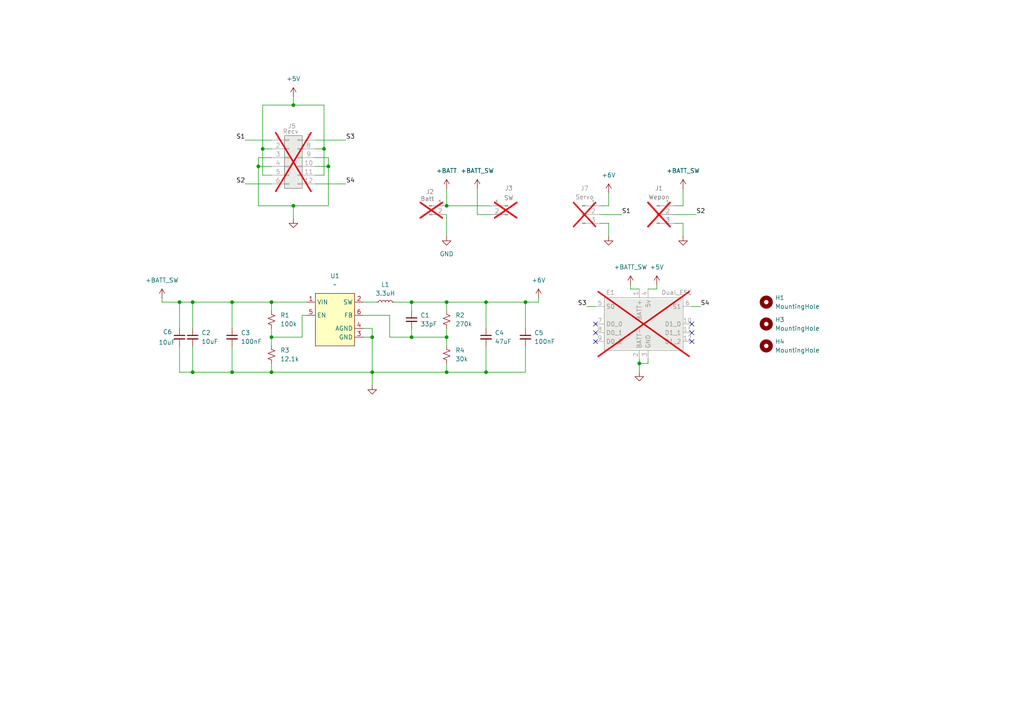
<source format=kicad_sch>
(kicad_sch (version 20250114) (generator "eeschema") (generator_version "9.0")
  (paper "A4")
  (lib_symbols
    (symbol "Connector:Conn_01x02_Pin" (pin_names (offset 1.016) (hide yes))
      (property "Reference" "J" (at 0 2.54 0))
      (property "Value" "Conn_01x02_Pin" (at 0 -5.08 0))
      (symbol "Conn_01x02_Pin_1_1"
        (rectangle (start 0.8636 0.127) (end 0 -0.127) (stroke (width 0.1524)) (fill (type outline)))
        (rectangle (start 0.8636 -2.413) (end 0 -2.667) (stroke (width 0.1524)) (fill (type outline)))
        (polyline (pts (xy 1.27 0) (xy 0.8636 0)) (stroke (width 0.1524)))
        (polyline (pts (xy 1.27 -2.54) (xy 0.8636 -2.54)) (stroke (width 0.1524)))
        (pin passive line (at 5.08 0 180) (length 3.81) (name "Pin_1") (number "1"))
        (pin passive line (at 5.08 -2.54 180) (length 3.81) (name "Pin_2") (number "2"))
      )
    )
    (symbol "Connector:Conn_01x03_Pin" (pin_names (offset 1.016) (hide yes))
      (property "Reference" "J" (at 0 5.08 0))
      (property "Value" "Conn_01x03_Pin" (at 0 -5.08 0))
      (symbol "Conn_01x03_Pin_1_1"
        (rectangle (start 0.8636 2.667) (end 0 2.413) (stroke (width 0.1524)) (fill (type outline)))
        (rectangle (start 0.8636 0.127) (end 0 -0.127) (stroke (width 0.1524)) (fill (type outline)))
        (rectangle (start 0.8636 -2.413) (end 0 -2.667) (stroke (width 0.1524)) (fill (type outline)))
        (polyline (pts (xy 1.27 2.54) (xy 0.8636 2.54)) (stroke (width 0.1524)))
        (polyline (pts (xy 1.27 0) (xy 0.8636 0)) (stroke (width 0.1524)))
        (polyline (pts (xy 1.27 -2.54) (xy 0.8636 -2.54)) (stroke (width 0.1524)))
        (pin passive line (at 5.08 2.54 180) (length 3.81) (name "Pin_1") (number "1"))
        (pin passive line (at 5.08 0 180) (length 3.81) (name "Pin_2") (number "2"))
        (pin passive line (at 5.08 -2.54 180) (length 3.81) (name "Pin_3") (number "3"))
      )
    )
    (symbol "Connector_Generic:Conn_02x06_Top_Bottom" (pin_names (offset 1.016) (hide yes))
      (property "Reference" "J" (at 1.27 7.62 0))
      (property "Value" "Conn_02x06_Top_Bottom" (at 1.27 -10.16 0))
      (symbol "Conn_02x06_Top_Bottom_1_1"
        (rectangle (start -1.27 6.35) (end 3.81 -8.89) (stroke (width 0.254)) (fill (type background)))
        (rectangle (start -1.27 5.207) (end 0 4.953) (stroke (width 0.1524)))
        (rectangle (start -1.27 2.667) (end 0 2.413) (stroke (width 0.1524)))
        (rectangle (start -1.27 0.127) (end 0 -0.127) (stroke (width 0.1524)))
        (rectangle (start -1.27 -2.413) (end 0 -2.667) (stroke (width 0.1524)))
        (rectangle (start -1.27 -4.953) (end 0 -5.207) (stroke (width 0.1524)))
        (rectangle (start -1.27 -7.493) (end 0 -7.747) (stroke (width 0.1524)))
        (rectangle (start 3.81 5.207) (end 2.54 4.953) (stroke (width 0.1524)))
        (rectangle (start 3.81 2.667) (end 2.54 2.413) (stroke (width 0.1524)))
        (rectangle (start 3.81 0.127) (end 2.54 -0.127) (stroke (width 0.1524)))
        (rectangle (start 3.81 -2.413) (end 2.54 -2.667) (stroke (width 0.1524)))
        (rectangle (start 3.81 -4.953) (end 2.54 -5.207) (stroke (width 0.1524)))
        (rectangle (start 3.81 -7.493) (end 2.54 -7.747) (stroke (width 0.1524)))
        (pin passive line (at -5.08 5.08 0) (length 3.81) (name "Pin_1") (number "1"))
        (pin passive line (at -5.08 2.54 0) (length 3.81) (name "Pin_2") (number "2"))
        (pin passive line (at -5.08 0 0) (length 3.81) (name "Pin_3") (number "3"))
        (pin passive line (at -5.08 -2.54 0) (length 3.81) (name "Pin_4") (number "4"))
        (pin passive line (at -5.08 -5.08 0) (length 3.81) (name "Pin_5") (number "5"))
        (pin passive line (at -5.08 -7.62 0) (length 3.81) (name "Pin_6") (number "6"))
        (pin passive line (at 7.62 5.08 180) (length 3.81) (name "Pin_7") (number "7"))
        (pin passive line (at 7.62 2.54 180) (length 3.81) (name "Pin_8") (number "8"))
        (pin passive line (at 7.62 0 180) (length 3.81) (name "Pin_9") (number "9"))
        (pin passive line (at 7.62 -2.54 180) (length 3.81) (name "Pin_10") (number "10"))
        (pin passive line (at 7.62 -5.08 180) (length 3.81) (name "Pin_11") (number "11"))
        (pin passive line (at 7.62 -7.62 180) (length 3.81) (name "Pin_12") (number "12"))
      )
    )
    (symbol "Device:C_Small" (pin_numbers (hide yes)) (pin_names (offset 0.254) (hide yes))
      (property "Reference" "C" (at 0.254 1.778 0))
      (property "Value" "C_Small" (at 0.254 -2.032 0))
      (symbol "C_Small_0_1"
        (polyline (pts (xy -1.524 0.508) (xy 1.524 0.508)) (stroke (width 0.3048)))
        (polyline (pts (xy -1.524 -0.508) (xy 1.524 -0.508)) (stroke (width 0.3302)))
      )
      (symbol "C_Small_1_1"
        (pin passive line (at 0 2.54 270) (length 2.032) (name "~") (number "1"))
        (pin passive line (at 0 -2.54 90) (length 2.032) (name "~") (number "2"))
      )
    )
    (symbol "Device:L_Small" (pin_numbers (hide yes)) (pin_names (offset 0.254) (hide yes))
      (property "Reference" "L" (at 0.762 1.016 0))
      (property "Value" "L_Small" (at 0.762 -1.016 0))
      (symbol "L_Small_0_1"
        (arc (start 0 2.032) (mid 0.5058 1.524) (end 0 1.016))
        (arc (start 0 1.016) (mid 0.5058 0.508) (end 0 0))
        (arc (start 0 0) (mid 0.5058 -0.508) (end 0 -1.016))
        (arc (start 0 -1.016) (mid 0.5058 -1.524) (end 0 -2.032))
      )
      (symbol "L_Small_1_1"
        (pin passive line (at 0 2.54 270) (length 0.508) (name "~") (number "1"))
        (pin passive line (at 0 -2.54 90) (length 0.508) (name "~") (number "2"))
      )
    )
    (symbol "Device:R_Small_US" (pin_numbers (hide yes)) (pin_names (offset 0.254) (hide yes))
      (property "Reference" "R" (at 0.762 0.508 0))
      (property "Value" "R_Small_US" (at 0.762 -1.016 0))
      (symbol "R_Small_US_1_1"
        (polyline (pts (xy 0 1.524) (xy 1.016 1.143) (xy 0 0.762) (xy -1.016 0.381) (xy 0 0)))
        (polyline (pts (xy 0 0) (xy 1.016 -0.381) (xy 0 -0.762) (xy -1.016 -1.143) (xy 0 -1.524)))
        (pin passive line (at 0 2.54 270) (length 1.016) (name "~") (number "1"))
        (pin passive line (at 0 -2.54 90) (length 1.016) (name "~") (number "2"))
      )
    )
    (symbol "Mechanical:MountingHole" (pin_names (offset 1.016)) (in_bom no)
      (property "Reference" "H" (at 0 5.08 0))
      (property "Value" "MountingHole" (at 0 3.175 0))
      (symbol "MountingHole_0_1"
        (circle (center 0 0) (radius 1.27) (stroke (width 1.27)))
      )
    )
    (symbol "Project:Dual_ESC"
      (property "Reference" "E" (at -11.176 -3.556 0))
      (symbol "Dual_ESC_1_1"
        (rectangle (start -11.43 -5.08) (end 11.43 -20.32) (fill (type color) (color 255 255 194 1)))
        (pin input line (at -13.97 -7.62 0) (length 2.54) (name "S0") (number "5"))
        (pin output line (at -13.97 -12.7 0) (length 2.54) (name "D0_0") (number "7"))
        (pin output line (at -13.97 -15.24 0) (length 2.54) (name "D0_1") (number "8"))
        (pin output line (at -13.97 -17.78 0) (length 2.54) (name "D0_2") (number "9"))
        (pin power_in line (at -1.27 -2.54 270) (length 2.54) (name "BATT+") (number "1"))
        (pin power_out line (at -1.27 -22.86 90) (length 2.54) (name "BATT-") (number "2"))
        (pin power_out line (at 1.27 -2.54 270) (length 2.54) (name "5v") (number "4"))
        (pin power_out line (at 1.27 -22.86 90) (length 2.54) (name "GND") (number "3"))
        (pin input line (at 13.97 -7.62 180) (length 2.54) (name "S1") (number "6"))
        (pin output line (at 13.97 -12.7 180) (length 2.54) (name "D1_0") (number "10"))
        (pin output line (at 13.97 -15.24 180) (length 2.54) (name "D1_1") (number "11"))
        (pin output line (at 13.97 -17.78 180) (length 2.54) (name "D1_2") (number "12"))
      )
    )
    (symbol "Project:TPS565247DRL"
      (property "Reference" "U" (at -4.318 -1.27 0))
      (symbol "TPS565247DRL_1_1"
        (rectangle (start -5.08 -2.54) (end 6.35 -17.78) (fill (type color) (color 255 255 194 1)))
        (pin power_in line (at -7.62 -5.08 0) (length 2.54) (name "VIN") (number "1"))
        (pin input line (at -7.62 -8.89 0) (length 2.54) (name "EN") (number "5"))
        (pin output line (at 8.89 -5.08 180) (length 2.54) (name "SW") (number "2"))
        (pin input line (at 8.89 -8.89 180) (length 2.54) (name "FB") (number "6"))
        (pin power_out line (at 8.89 -12.7 180) (length 2.54) (name "AGND") (number "4"))
        (pin power_out line (at 8.89 -15.24 180) (length 2.54) (name "GND") (number "3"))
      )
    )
    (symbol "power:+5V" (power) (pin_numbers (hide yes)) (pin_names (offset 0) (hide yes))
      (property "Value" "+5V" (at 0 3.556 0))
      (symbol "+5V_0_1"
        (polyline (pts (xy -0.762 1.27) (xy 0 2.54)))
        (polyline (pts (xy 0 2.54) (xy 0.762 1.27)))
        (polyline (pts (xy 0 0) (xy 0 2.54)))
      )
      (symbol "+5V_1_1"
        (pin power_in line (at 0 0 90) (length 0) (name "~") (number "1"))
      )
    )
    (symbol "power:+6V" (power) (pin_numbers (hide yes)) (pin_names (offset 0) (hide yes))
      (property "Value" "+6V" (at 0 3.556 0))
      (symbol "+6V_0_1"
        (polyline (pts (xy -0.762 1.27) (xy 0 2.54)))
        (polyline (pts (xy 0 2.54) (xy 0.762 1.27)))
        (polyline (pts (xy 0 0) (xy 0 2.54)))
      )
      (symbol "+6V_1_1"
        (pin power_in line (at 0 0 90) (length 0) (name "~") (number "1"))
      )
    )
    (symbol "power:+BATT" (power) (pin_numbers (hide yes)) (pin_names (offset 0) (hide yes))
      (property "Value" "+BATT" (at 0 3.556 0))
      (symbol "+BATT_0_1"
        (polyline (pts (xy -0.762 1.27) (xy 0 2.54)))
        (polyline (pts (xy 0 2.54) (xy 0.762 1.27)))
        (polyline (pts (xy 0 0) (xy 0 2.54)))
      )
      (symbol "+BATT_1_1"
        (pin power_in line (at 0 0 90) (length 0) (name "~") (number "1"))
      )
    )
    (symbol "power:GND" (power) (pin_numbers (hide yes)) (pin_names (offset 0) (hide yes))
      (property "Value" "GND" (at 0 -3.81 0))
      (symbol "GND_0_1"
        (polyline (pts (xy 0 0) (xy 0 -1.27) (xy 1.27 -1.27) (xy 0 -2.54) (xy -1.27 -1.27) (xy 0 -1.27)))
      )
      (symbol "GND_1_1"
        (pin power_in line (at 0 0 270) (length 0) (name "~") (number "1"))
      )
    )
  )
  (junction (at 78.74 87.63))
  (junction (at 55.88 107.95))
  (junction (at 152.4 87.63))
  (junction (at 107.95 97.79))
  (junction (at 74.93 48.26))
  (junction (at 140.97 87.63))
  (junction (at 85.09 59.69))
  (junction (at 129.54 107.95))
  (junction (at 85.09 30.48))
  (junction (at 129.54 59.69))
  (junction (at 67.31 87.63))
  (junction (at 76.2 43.18))
  (junction (at 52.07 87.63))
  (junction (at 93.98 43.18))
  (junction (at 129.54 97.79))
  (junction (at 78.74 97.79))
  (junction (at 55.88 87.63))
  (junction (at 67.31 107.95))
  (junction (at 119.38 87.63))
  (junction (at 95.25 48.26))
  (junction (at 129.54 87.63))
  (junction (at 78.74 107.95))
  (junction (at 185.42 105.41))
  (junction (at 140.97 107.95))
  (junction (at 119.38 97.79))
  (junction (at 107.95 107.95))
  (no_connect (at 172.72 96.52))
  (no_connect (at 172.72 93.98))
  (no_connect (at 172.72 99.06))
  (no_connect (at 200.66 93.98))
  (no_connect (at 200.66 99.06))
  (no_connect (at 200.66 96.52))
  (wire (pts (xy 138.43 62.23) (xy 138.43 54.61)))
  (wire (pts (xy 107.95 107.95) (xy 129.54 107.95)))
  (wire (pts (xy 195.58 59.69) (xy 198.12 59.69)))
  (wire (pts (xy 78.74 107.95) (xy 67.31 107.95)))
  (wire (pts (xy 200.66 88.9) (xy 203.2 88.9)))
  (wire (pts (xy 129.54 107.95) (xy 140.97 107.95)))
  (wire (pts (xy 152.4 87.63) (xy 140.97 87.63)))
  (wire (pts (xy 185.42 105.41) (xy 185.42 107.95)))
  (wire (pts (xy 105.41 95.25) (xy 107.95 95.25)))
  (wire (pts (xy 119.38 95.25) (xy 119.38 97.79)))
  (wire (pts (xy 140.97 87.63) (xy 140.97 95.25)))
  (wire (pts (xy 55.88 87.63) (xy 67.31 87.63)))
  (wire (pts (xy 87.63 97.79) (xy 78.74 97.79)))
  (wire (pts (xy 152.4 107.95) (xy 140.97 107.95)))
  (wire (pts (xy 129.54 54.61) (xy 129.54 59.69)))
  (wire (pts (xy 195.58 62.23) (xy 201.93 62.23)))
  (wire (pts (xy 78.74 90.17) (xy 78.74 87.63)))
  (wire (pts (xy 156.21 87.63) (xy 152.4 87.63)))
  (wire (pts (xy 129.54 97.79) (xy 129.54 100.33)))
  (wire (pts (xy 87.63 91.44) (xy 87.63 97.79)))
  (wire (pts (xy 91.44 48.26) (xy 95.25 48.26)))
  (wire (pts (xy 182.88 83.82) (xy 182.88 82.55)))
  (wire (pts (xy 91.44 50.8) (xy 93.98 50.8)))
  (wire (pts (xy 76.2 30.48) (xy 76.2 43.18)))
  (wire (pts (xy 85.09 59.69) (xy 85.09 63.5)))
  (wire (pts (xy 74.93 48.26) (xy 78.74 48.26)))
  (wire (pts (xy 71.12 40.64) (xy 78.74 40.64)))
  (wire (pts (xy 129.54 95.25) (xy 129.54 97.79)))
  (wire (pts (xy 78.74 87.63) (xy 88.9 87.63)))
  (wire (pts (xy 46.99 86.36) (xy 46.99 87.63)))
  (wire (pts (xy 140.97 107.95) (xy 140.97 100.33)))
  (wire (pts (xy 173.99 62.23) (xy 180.34 62.23)))
  (wire (pts (xy 129.54 87.63) (xy 140.97 87.63)))
  (wire (pts (xy 152.4 95.25) (xy 152.4 87.63)))
  (wire (pts (xy 129.54 105.41) (xy 129.54 107.95)))
  (wire (pts (xy 78.74 95.25) (xy 78.74 97.79)))
  (wire (pts (xy 85.09 30.48) (xy 93.98 30.48)))
  (wire (pts (xy 85.09 59.69) (xy 95.25 59.69)))
  (wire (pts (xy 74.93 48.26) (xy 74.93 59.69)))
  (wire (pts (xy 95.25 48.26) (xy 95.25 59.69)))
  (wire (pts (xy 105.41 97.79) (xy 107.95 97.79)))
  (wire (pts (xy 114.3 87.63) (xy 119.38 87.63)))
  (wire (pts (xy 76.2 50.8) (xy 76.2 43.18)))
  (wire (pts (xy 173.99 59.69) (xy 176.53 59.69)))
  (wire (pts (xy 91.44 45.72) (xy 95.25 45.72)))
  (wire (pts (xy 91.44 53.34) (xy 100.33 53.34)))
  (wire (pts (xy 185.42 83.82) (xy 182.88 83.82)))
  (wire (pts (xy 187.96 83.82) (xy 190.5 83.82)))
  (wire (pts (xy 67.31 87.63) (xy 67.31 95.25)))
  (wire (pts (xy 93.98 30.48) (xy 93.98 43.18)))
  (wire (pts (xy 152.4 100.33) (xy 152.4 107.95)))
  (wire (pts (xy 107.95 107.95) (xy 107.95 111.76)))
  (wire (pts (xy 129.54 62.23) (xy 129.54 68.58)))
  (wire (pts (xy 119.38 97.79) (xy 129.54 97.79)))
  (wire (pts (xy 173.99 64.77) (xy 176.53 64.77)))
  (wire (pts (xy 55.88 107.95) (xy 67.31 107.95)))
  (wire (pts (xy 52.07 107.95) (xy 55.88 107.95)))
  (wire (pts (xy 129.54 90.17) (xy 129.54 87.63)))
  (wire (pts (xy 113.03 91.44) (xy 113.03 97.79)))
  (wire (pts (xy 105.41 91.44) (xy 113.03 91.44)))
  (wire (pts (xy 105.41 87.63) (xy 109.22 87.63)))
  (wire (pts (xy 76.2 43.18) (xy 78.74 43.18)))
  (wire (pts (xy 55.88 95.25) (xy 55.88 87.63)))
  (wire (pts (xy 52.07 87.63) (xy 52.07 95.25)))
  (wire (pts (xy 78.74 45.72) (xy 74.93 45.72)))
  (wire (pts (xy 71.12 53.34) (xy 78.74 53.34)))
  (wire (pts (xy 95.25 45.72) (xy 95.25 48.26)))
  (wire (pts (xy 129.54 59.69) (xy 142.24 59.69)))
  (wire (pts (xy 88.9 91.44) (xy 87.63 91.44)))
  (wire (pts (xy 93.98 50.8) (xy 93.98 43.18)))
  (wire (pts (xy 74.93 59.69) (xy 85.09 59.69)))
  (wire (pts (xy 67.31 107.95) (xy 67.31 100.33)))
  (wire (pts (xy 78.74 97.79) (xy 78.74 100.33)))
  (wire (pts (xy 85.09 27.94) (xy 85.09 30.48)))
  (wire (pts (xy 119.38 87.63) (xy 129.54 87.63)))
  (wire (pts (xy 187.96 105.41) (xy 187.96 104.14)))
  (wire (pts (xy 185.42 105.41) (xy 187.96 105.41)))
  (wire (pts (xy 156.21 86.36) (xy 156.21 87.63)))
  (wire (pts (xy 46.99 87.63) (xy 52.07 87.63)))
  (wire (pts (xy 107.95 95.25) (xy 107.95 97.79)))
  (wire (pts (xy 55.88 100.33) (xy 55.88 107.95)))
  (wire (pts (xy 78.74 105.41) (xy 78.74 107.95)))
  (wire (pts (xy 195.58 64.77) (xy 198.12 64.77)))
  (wire (pts (xy 176.53 59.69) (xy 176.53 55.88)))
  (wire (pts (xy 52.07 100.33) (xy 52.07 107.95)))
  (wire (pts (xy 198.12 64.77) (xy 198.12 68.58)))
  (wire (pts (xy 185.42 104.14) (xy 185.42 105.41)))
  (wire (pts (xy 74.93 45.72) (xy 74.93 48.26)))
  (wire (pts (xy 170.18 88.9) (xy 172.72 88.9)))
  (wire (pts (xy 142.24 62.23) (xy 138.43 62.23)))
  (wire (pts (xy 190.5 83.82) (xy 190.5 82.55)))
  (wire (pts (xy 78.74 87.63) (xy 67.31 87.63)))
  (wire (pts (xy 91.44 40.64) (xy 100.33 40.64)))
  (wire (pts (xy 85.09 30.48) (xy 76.2 30.48)))
  (wire (pts (xy 176.53 64.77) (xy 176.53 68.58)))
  (wire (pts (xy 107.95 97.79) (xy 107.95 107.95)))
  (wire (pts (xy 113.03 97.79) (xy 119.38 97.79)))
  (wire (pts (xy 78.74 50.8) (xy 76.2 50.8)))
  (wire (pts (xy 52.07 87.63) (xy 55.88 87.63)))
  (wire (pts (xy 93.98 43.18) (xy 91.44 43.18)))
  (wire (pts (xy 78.74 107.95) (xy 107.95 107.95)))
  (wire (pts (xy 119.38 90.17) (xy 119.38 87.63)))
  (wire (pts (xy 198.12 59.69) (xy 198.12 54.61)))
  (label "S1" (at 71.12 40.64 180))
  (label "S2" (at 71.12 53.34 180))
  (label "S3" (at 100.33 40.64 0))
  (label "S4" (at 100.33 53.34 0))
  (label "S1" (at 180.34 62.23 0))
  (label "S3" (at 170.18 88.9 180))
  (label "S2" (at 201.93 62.23 0))
  (label "S4" (at 203.2 88.9 0))
  (symbol (lib_id "Device:R_Small_US") (at 78.74 102.87 0) (unit 1)
    (property "Reference" "R3" (at 81.28 101.5999 0) (effects (justify left)))
    (property "Value" "12.1k" (at 81.28 104.1399 0) (effects (justify left)))
    (property "Footprint" "Resistor_SMD:R_0805_2012Metric_Pad1.20x1.40mm_HandSolder" (effects (hide yes)))
    (property "Description" "Resistor, small US symbol" (effects (hide yes)))
    (property "Part #" "P12.1KDACT-ND" (effects (hide yes)))
  )
  (symbol (lib_id "power:+6V") (at 176.53 55.88 0) (unit 1)
    (property "Reference" "#PWR011" (effects (hide yes)))
    (property "Value" "+6V" (at 176.53 50.8 0))
    (property "Description" "Power symbol creates a global label with name \"+6V\"" (effects (hide yes)))
  )
  (symbol (lib_id "power:+5V") (at 85.09 27.94 0) (unit 1)
    (property "Reference" "#PWR01" (effects (hide yes)))
    (property "Value" "+5V" (at 85.09 22.86 0))
    (property "Description" "Power symbol creates a global label with name \"+5V\"" (effects (hide yes)))
  )
  (symbol (lib_id "power:GND") (at 185.42 107.95 0) (unit 1)
    (property "Reference" "#PWR017" (effects (hide yes)))
    (property "Value" "GND" (effects (hide yes)))
    (property "Description" "Power symbol creates a global label with name \"GND\" , ground" (effects (hide yes)))
  )
  (symbol (lib_id "Connector:Conn_01x03_Pin") (at 190.5 62.23 0) (unit 1) (dnp yes)
    (property "Reference" "J1" (at 191.135 54.61 0))
    (property "Value" "Wepon" (at 191.135 57.15 0))
    (property "Footprint" "Connectors:MR30" (effects (hide yes)))
    (property "Description" "Generic connector, single row, 01x03, script generated" (effects (hide yes)))
  )
  (symbol (lib_id "Device:R_Small_US") (at 129.54 92.71 0) (unit 1)
    (property "Reference" "R2" (at 132.08 91.4399 0) (effects (justify left)))
    (property "Value" "270k" (at 132.08 93.9799 0) (effects (justify left)))
    (property "Footprint" "Resistor_SMD:R_0805_2012Metric_Pad1.20x1.40mm_HandSolder" (effects (hide yes)))
    (property "Description" "Resistor, small US symbol" (effects (hide yes)))
    (property "Part #" "P270KDACT-ND" (effects (hide yes)))
  )
  (symbol (lib_id "Mechanical:MountingHole") (at 222.25 87.63 0) (unit 1) (in_bom no)
    (property "Reference" "H1" (at 224.79 86.3599 0) (effects (justify left)))
    (property "Value" "MountingHole" (at 224.79 88.8999 0) (effects (justify left)))
    (property "Footprint" "MountingHole:MountingHole_3.5mm" (effects (hide yes)))
    (property "Description" "Mounting Hole without connection" (effects (hide yes)))
  )
  (symbol (lib_id "Mechanical:MountingHole") (at 222.25 93.98 0) (unit 1) (in_bom no)
    (property "Reference" "H3" (at 224.79 92.7099 0) (effects (justify left)))
    (property "Value" "MountingHole" (at 224.79 95.2499 0) (effects (justify left)))
    (property "Footprint" "MountingHole:MountingHole_3.5mm" (effects (hide yes)))
    (property "Description" "Mounting Hole without connection" (effects (hide yes)))
  )
  (symbol (lib_id "Device:C_Small") (at 67.31 97.79 0) (unit 1)
    (property "Reference" "C3" (at 69.85 96.5262 0) (effects (justify left)))
    (property "Value" "100nF" (at 69.85 99.0662 0) (effects (justify left)))
    (property "Footprint" "Capacitor_SMD:C_0805_2012Metric_Pad1.18x1.45mm_HandSolder" (effects (hide yes)))
    (property "Description" "Unpolarized capacitor, small symbol" (effects (hide yes)))
    (property "Part #" "399-C0805F104K1RACAUTOCT-ND" (effects (hide yes)))
  )
  (symbol (lib_id "power:GND") (at 176.53 68.58 0) (unit 1)
    (property "Reference" "#PWR013" (effects (hide yes)))
    (property "Value" "GND" (effects (hide yes)))
    (property "Description" "Power symbol creates a global label with name \"GND\" , ground" (effects (hide yes)))
  )
  (symbol (lib_id "power:+BATT") (at 138.43 54.61 0) (unit 1)
    (property "Reference" "#PWR05" (effects (hide yes)))
    (property "Value" "+BATT_SW" (at 138.43 49.53 0))
    (property "Description" "Power symbol creates a global label with name \"+BATT\"" (effects (hide yes)))
  )
  (symbol (lib_id "Device:C_Small") (at 119.38 92.71 0) (unit 1)
    (property "Reference" "C1" (at 121.92 91.4462 0) (effects (justify left)))
    (property "Value" "33pF" (at 121.92 93.9862 0) (effects (justify left)))
    (property "Footprint" "Capacitor_SMD:C_0805_2012Metric_Pad1.18x1.45mm_HandSolder" (effects (hide yes)))
    (property "Description" "Unpolarized capacitor, small symbol" (effects (hide yes)))
    (property "Part #" "399-C0805C330J3HACTUCT-ND" (effects (hide yes)))
  )
  (symbol (lib_id "Mechanical:MountingHole") (at 222.25 100.33 0) (unit 1) (in_bom no)
    (property "Reference" "H4" (at 224.79 99.0599 0) (effects (justify left)))
    (property "Value" "MountingHole" (at 224.79 101.5999 0) (effects (justify left)))
    (property "Footprint" "MountingHole:MountingHole_3.5mm" (effects (hide yes)))
    (property "Description" "Mounting Hole without connection" (effects (hide yes)))
  )
  (symbol (lib_id "Device:R_Small_US") (at 78.74 92.71 0) (unit 1)
    (property "Reference" "R1" (at 81.28 91.4399 0) (effects (justify left)))
    (property "Value" "100k" (at 81.28 93.9799 0) (effects (justify left)))
    (property "Footprint" "Resistor_SMD:R_0805_2012Metric_Pad1.20x1.40mm_HandSolder" (effects (hide yes)))
    (property "Description" "Resistor, small US symbol" (effects (hide yes)))
    (property "Part #" "P100KDACT-ND" (effects (hide yes)))
  )
  (symbol (lib_id "Connector:Conn_01x03_Pin") (at 168.91 62.23 0) (unit 1) (dnp yes)
    (property "Reference" "J7" (at 169.545 54.61 0))
    (property "Value" "Servo" (at 169.545 57.15 0))
    (property "Footprint" "Connectors:MR30" (effects (hide yes)))
    (property "Description" "Generic connector, single row, 01x03, script generated" (effects (hide yes)))
  )
  (symbol (lib_id "Device:L_Small") (at 111.76 87.63 90) (unit 1)
    (property "Reference" "L1" (at 111.76 82.55 90))
    (property "Value" "3.3uH" (at 111.76 85.09 90))
    (property "Footprint" "Project:Inductor" (effects (hide yes)))
    (property "Description" "Inductor, small symbol" (effects (hide yes)))
    (property "Part #" "2037-VAMV1009AA-3R3MM2CT-ND" (effects (hide yes)))
  )
  (symbol (lib_id "Device:C_Small") (at 140.97 97.79 0) (unit 1)
    (property "Reference" "C4" (at 143.51 96.5262 0) (effects (justify left)))
    (property "Value" "47uF" (at 143.51 99.0662 0) (effects (justify left)))
    (property "Footprint" "Capacitor_SMD:C_1210_3225Metric_Pad1.33x2.70mm_HandSolder" (effects (hide yes)))
    (property "Description" "Unpolarized capacitor, small symbol" (effects (hide yes)))
    (property "Part #" "490-6539-1-ND" (effects (hide yes)))
  )
  (symbol (lib_id "Device:R_Small_US") (at 129.54 102.87 0) (unit 1)
    (property "Reference" "R4" (at 132.08 101.5999 0) (effects (justify left)))
    (property "Value" "30k" (at 132.08 104.1399 0) (effects (justify left)))
    (property "Footprint" "Resistor_SMD:R_0805_2012Metric_Pad1.20x1.40mm_HandSolder" (effects (hide yes)))
    (property "Description" "Resistor, small US symbol" (effects (hide yes)))
    (property "Part #" "P30KDACT-ND" (effects (hide yes)))
  )
  (symbol (lib_id "Device:C_Small") (at 52.07 97.79 0) (unit 1)
    (property "Reference" "C6" (at 47.244 96.266 0) (effects (justify left)))
    (property "Value" "10uF" (at 45.974 99.314 0) (effects (justify left)))
    (property "Footprint" "Capacitor_SMD:C_0603_1608Metric_Pad1.08x0.95mm_HandSolder" (effects (hide yes)))
    (property "Description" "Unpolarized capacitor, small symbol" (effects (hide yes)))
    (property "Part #" "445-9015-1-ND" (effects (hide yes)))
  )
  (symbol (lib_id "power:+BATT") (at 129.54 54.61 0) (unit 1)
    (property "Reference" "#PWR04" (effects (hide yes)))
    (property "Value" "+BATT" (at 129.54 49.53 0))
    (property "Description" "Power symbol creates a global label with name \"+BATT\"" (effects (hide yes)))
  )
  (symbol (lib_id "Connector_Generic:Conn_02x06_Top_Bottom") (at 83.82 45.72 0) (unit 1) (dnp yes)
    (property "Reference" "J5" (at 85.852 36.576 0) (effects (justify right)))
    (property "Value" "Recv" (at 86.614 38.1 0) (effects (justify right)))
    (property "Footprint" "Connector_PinHeader_2.54mm:PinHeader_2x06_P2.54mm_Horizontal" (effects (hide yes)))
    (property "Description" "Generic connector, double row, 02x06, top/bottom pin numbering scheme (row 1: 1...pins_per_row, row2: pins_per_row+1 ... num_pins), script generated (kicad-library-utils/schlib/autogen/connector/)" (effects (hide yes)))
  )
  (symbol (lib_id "power:+6V") (at 156.21 86.36 0) (unit 1)
    (property "Reference" "#PWR015" (effects (hide yes)))
    (property "Value" "+6V" (at 156.21 81.28 0))
    (property "Description" "Power symbol creates a global label with name \"+6V\"" (effects (hide yes)))
  )
  (symbol (lib_id "power:GND") (at 107.95 111.76 0) (unit 1)
    (property "Reference" "#PWR016" (effects (hide yes)))
    (property "Value" "GND" (effects (hide yes)))
    (property "Description" "Power symbol creates a global label with name \"GND\" , ground" (effects (hide yes)))
  )
  (symbol (lib_id "Connector:Conn_01x02_Pin") (at 124.46 59.69 0) (unit 1) (dnp yes)
    (property "Reference" "J2" (at 124.714 55.626 0))
    (property "Value" "Batt" (at 123.952 57.658 0))
    (property "Footprint" "Connectors:XT30" (effects (hide yes)))
    (property "Description" "Generic connector, single row, 01x02, script generated" (effects (hide yes)))
  )
  (symbol (lib_id "power:GND") (at 85.09 63.5 0) (unit 1)
    (property "Reference" "#PWR09" (effects (hide yes)))
    (property "Value" "GND" (effects (hide yes)))
    (property "Description" "Power symbol creates a global label with name \"GND\" , ground" (effects (hide yes)))
  )
  (symbol (lib_id "power:+BATT") (at 182.88 82.55 0) (unit 1)
    (property "Reference" "#PWR018" (effects (hide yes)))
    (property "Value" "+BATT_SW" (at 182.88 77.47 0))
    (property "Description" "Power symbol creates a global label with name \"+BATT\"" (effects (hide yes)))
  )
  (symbol (lib_id "Project:TPS565247DRL") (at 96.52 82.55 0) (unit 1)
    (property "Reference" "U1" (at 97.155 80.01 0))
    (property "Value" "~" (at 97.155 82.55 0))
    (property "Footprint" "Package_TO_SOT_SMD:SOT-23-6" (effects (hide yes)))
    (property "Part #" "296-TPS565247DRLRCT-ND" (effects (hide yes)))
  )
  (symbol (lib_id "power:+BATT") (at 198.12 54.61 0) (unit 1)
    (property "Reference" "#PWR03" (effects (hide yes)))
    (property "Value" "+BATT_SW" (at 198.12 49.53 0))
    (property "Description" "Power symbol creates a global label with name \"+BATT\"" (effects (hide yes)))
  )
  (symbol (lib_id "power:+5V") (at 190.5 82.55 0) (unit 1)
    (property "Reference" "#PWR019" (effects (hide yes)))
    (property "Value" "+5V" (at 190.5 77.47 0))
    (property "Description" "Power symbol creates a global label with name \"+5V\"" (effects (hide yes)))
  )
  (symbol (lib_id "Project:Dual_ESC") (at 186.69 81.28 0) (unit 1) (dnp yes)
    (property "Reference" "E1" (at 175.768 84.836 0) (effects (justify left)))
    (property "Value" "Dual_ESC" (at 191.77 84.836 0) (effects (justify left)))
    (property "Footprint" "Project:Dual_ESC" (effects (hide yes)))
  )
  (symbol (lib_id "power:GND") (at 129.54 68.58 0) (unit 1)
    (property "Reference" "#PWR08" (effects (hide yes)))
    (property "Value" "GND" (at 129.54 73.66 0))
    (property "Description" "Power symbol creates a global label with name \"GND\" , ground" (effects (hide yes)))
  )
  (symbol (lib_id "Connector:Conn_01x02_Pin") (at 147.32 59.69 0) (mirror y) (unit 1) (dnp yes)
    (property "Reference" "J3" (at 147.574 54.61 0))
    (property "Value" "SW" (at 147.574 57.404 0))
    (property "Footprint" "Project:SMD_SW" (effects (hide yes)))
    (property "Description" "Generic connector, single row, 01x02, script generated" (effects (hide yes)))
  )
  (symbol (lib_id "power:GND") (at 198.12 68.58 0) (unit 1)
    (property "Reference" "#PWR07" (effects (hide yes)))
    (property "Value" "GND" (effects (hide yes)))
    (property "Description" "Power symbol creates a global label with name \"GND\" , ground" (effects (hide yes)))
  )
  (symbol (lib_id "Device:C_Small") (at 152.4 97.79 0) (unit 1)
    (property "Reference" "C5" (at 154.94 96.5262 0) (effects (justify left)))
    (property "Value" "100nF" (at 154.94 99.0662 0) (effects (justify left)))
    (property "Footprint" "Capacitor_SMD:C_0805_2012Metric_Pad1.18x1.45mm_HandSolder" (effects (hide yes)))
    (property "Description" "Unpolarized capacitor, small symbol" (effects (hide yes)))
    (property "Part #" "399-C0805F104K1RACAUTOCT-ND" (effects (hide yes)))
  )
  (symbol (lib_id "Device:C_Small") (at 55.88 97.79 0) (unit 1)
    (property "Reference" "C2" (at 58.42 96.5262 0) (effects (justify left)))
    (property "Value" "10uF" (at 58.42 99.0662 0) (effects (justify left)))
    (property "Footprint" "Capacitor_SMD:C_0603_1608Metric_Pad1.08x0.95mm_HandSolder" (effects (hide yes)))
    (property "Description" "Unpolarized capacitor, small symbol" (effects (hide yes)))
    (property "Part #" "445-9015-1-ND" (effects (hide yes)))
  )
  (symbol (lib_id "power:+BATT") (at 46.99 86.36 0) (unit 1)
    (property "Reference" "#PWR014" (effects (hide yes)))
    (property "Value" "+BATT_SW" (at 46.99 81.28 0))
    (property "Description" "Power symbol creates a global label with name \"+BATT\"" (effects (hide yes)))
  )
)
</source>
